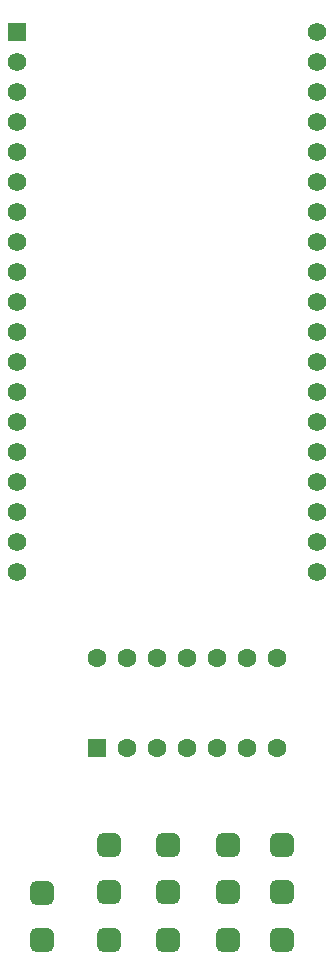
<source format=gbr>
%TF.GenerationSoftware,KiCad,Pcbnew,6.0.0-d3dd2cf0fa~116~ubuntu20.04.1*%
%TF.CreationDate,2022-12-05T21:17:04-06:00*%
%TF.ProjectId,esp32-led-driver-2,65737033-322d-46c6-9564-2d6472697665,rev?*%
%TF.SameCoordinates,Original*%
%TF.FileFunction,Soldermask,Top*%
%TF.FilePolarity,Negative*%
%FSLAX46Y46*%
G04 Gerber Fmt 4.6, Leading zero omitted, Abs format (unit mm)*
G04 Created by KiCad (PCBNEW 6.0.0-d3dd2cf0fa~116~ubuntu20.04.1) date 2022-12-05 21:17:04*
%MOMM*%
%LPD*%
G01*
G04 APERTURE LIST*
G04 Aperture macros list*
%AMRoundRect*
0 Rectangle with rounded corners*
0 $1 Rounding radius*
0 $2 $3 $4 $5 $6 $7 $8 $9 X,Y pos of 4 corners*
0 Add a 4 corners polygon primitive as box body*
4,1,4,$2,$3,$4,$5,$6,$7,$8,$9,$2,$3,0*
0 Add four circle primitives for the rounded corners*
1,1,$1+$1,$2,$3*
1,1,$1+$1,$4,$5*
1,1,$1+$1,$6,$7*
1,1,$1+$1,$8,$9*
0 Add four rect primitives between the rounded corners*
20,1,$1+$1,$2,$3,$4,$5,0*
20,1,$1+$1,$4,$5,$6,$7,0*
20,1,$1+$1,$6,$7,$8,$9,0*
20,1,$1+$1,$8,$9,$2,$3,0*%
G04 Aperture macros list end*
%ADD10C,1.560000*%
%ADD11R,1.560000X1.560000*%
%ADD12R,1.600000X1.600000*%
%ADD13C,1.600000*%
%ADD14RoundRect,0.500000X0.500000X-0.500000X0.500000X0.500000X-0.500000X0.500000X-0.500000X-0.500000X0*%
%ADD15RoundRect,0.500000X-0.500000X0.500000X-0.500000X-0.500000X0.500000X-0.500000X0.500000X0.500000X0*%
G04 APERTURE END LIST*
D10*
%TO.C,ESP32 Dev Board*%
X77216000Y-119305000D03*
X77216000Y-116765000D03*
X77216000Y-114225000D03*
X77216000Y-111685000D03*
X77216000Y-109145000D03*
X77216000Y-106605000D03*
X77216000Y-104065000D03*
X77216000Y-101525000D03*
X77216000Y-98985000D03*
X77216000Y-96445000D03*
X77216000Y-93905000D03*
X77216000Y-91365000D03*
X77216000Y-88825000D03*
X77216000Y-86285000D03*
X77216000Y-83745000D03*
X77216000Y-81205000D03*
X77216000Y-78665000D03*
X77216000Y-76125000D03*
X77216000Y-73585000D03*
X51816000Y-119305000D03*
X51816000Y-116765000D03*
X51816000Y-114225000D03*
X51816000Y-111685000D03*
X51816000Y-109145000D03*
X51816000Y-106605000D03*
X51816000Y-104065000D03*
X51816000Y-101525000D03*
X51816000Y-98985000D03*
X51816000Y-96445000D03*
X51816000Y-93905000D03*
X51816000Y-91365000D03*
X51816000Y-88825000D03*
X51816000Y-86285000D03*
X51816000Y-83745000D03*
X51816000Y-81205000D03*
X51816000Y-78665000D03*
X51816000Y-76125000D03*
D11*
X51816000Y-73585000D03*
%TD*%
D12*
%TO.C,U2*%
X58550000Y-134210000D03*
D13*
X61090000Y-134210000D03*
X63630000Y-134210000D03*
X66170000Y-134210000D03*
X68710000Y-134210000D03*
X71250000Y-134210000D03*
X73790000Y-134210000D03*
X73790000Y-126590000D03*
X71250000Y-126590000D03*
X68710000Y-126590000D03*
X66170000Y-126590000D03*
X63630000Y-126590000D03*
X61090000Y-126590000D03*
X58550000Y-126590000D03*
%TD*%
D14*
%TO.C,J5*%
X59600000Y-142400000D03*
X59600000Y-146400000D03*
X59600000Y-150400000D03*
%TD*%
%TO.C,J4*%
X69700000Y-150400000D03*
X69700000Y-146400000D03*
X69700000Y-142400000D03*
%TD*%
%TO.C,J3*%
X74200000Y-142400000D03*
X74200000Y-146400000D03*
X74200000Y-150400000D03*
%TD*%
%TO.C,J2*%
X64600000Y-150400000D03*
X64600000Y-146400000D03*
X64600000Y-142400000D03*
%TD*%
D15*
%TO.C,POWER*%
X53900000Y-150430000D03*
X53900000Y-146430000D03*
%TD*%
M02*

</source>
